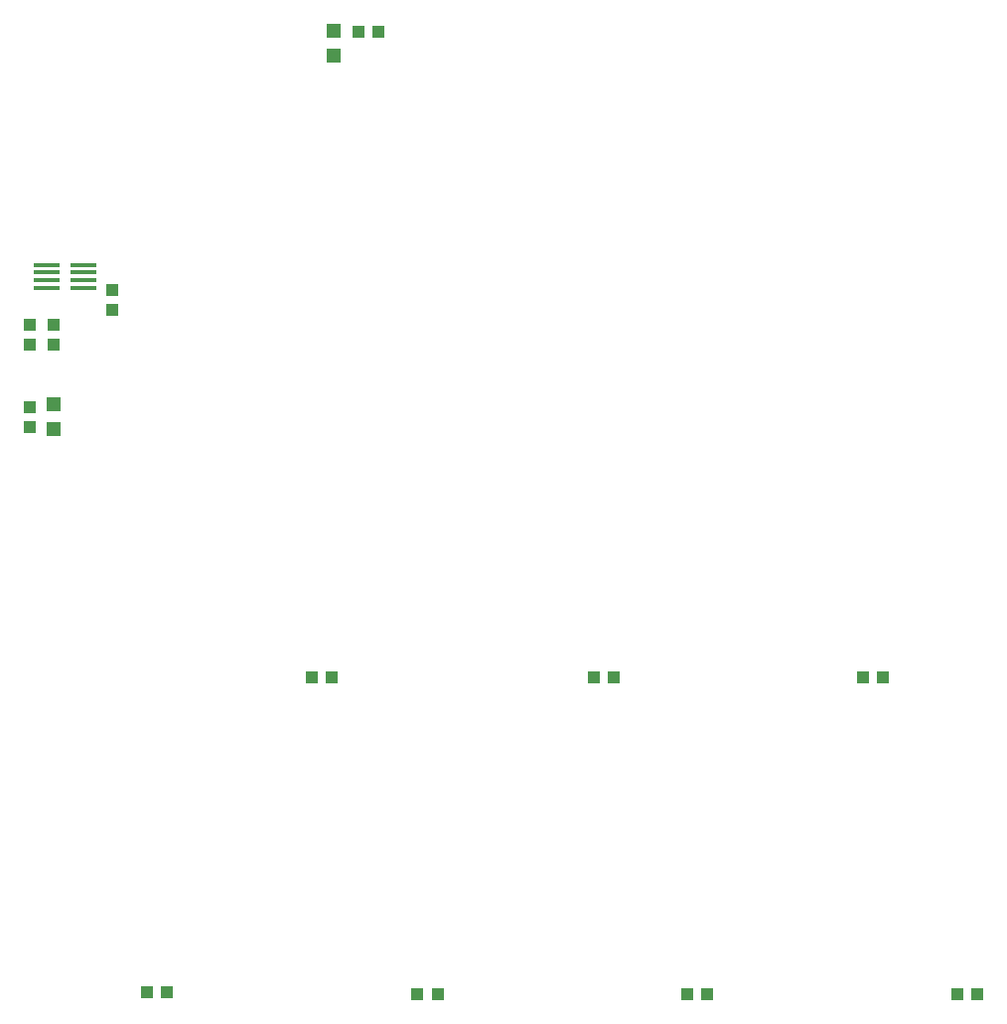
<source format=gbr>
G04 EAGLE Gerber RS-274X export*
G75*
%MOMM*%
%FSLAX34Y34*%
%LPD*%
%AMOC8*
5,1,8,0,0,1.08239X$1,22.5*%
G01*
%ADD10R,1.100000X1.000000*%
%ADD11R,2.196100X0.412200*%
%ADD12R,1.000000X1.100000*%
%ADD13R,1.200000X1.200000*%


D10*
X130780Y131280D03*
X147780Y131280D03*
D11*
X45691Y751430D03*
X45691Y744930D03*
X45691Y738430D03*
X45691Y731930D03*
X76229Y731930D03*
X76229Y738430D03*
X76229Y744930D03*
X76229Y751430D03*
D12*
X50960Y700180D03*
X50960Y683180D03*
X30960Y700180D03*
X30960Y683180D03*
X100960Y713180D03*
X100960Y730180D03*
D10*
X361500Y130000D03*
X378500Y130000D03*
X591500Y130000D03*
X608500Y130000D03*
X821500Y130000D03*
X838500Y130000D03*
X271500Y400000D03*
X288500Y400000D03*
X511500Y400000D03*
X528500Y400000D03*
X741500Y400000D03*
X758500Y400000D03*
D13*
X50960Y611180D03*
X50960Y632180D03*
D12*
X30960Y630180D03*
X30960Y613180D03*
D13*
X290000Y950500D03*
X290000Y929500D03*
D10*
X328500Y950000D03*
X311500Y950000D03*
M02*

</source>
